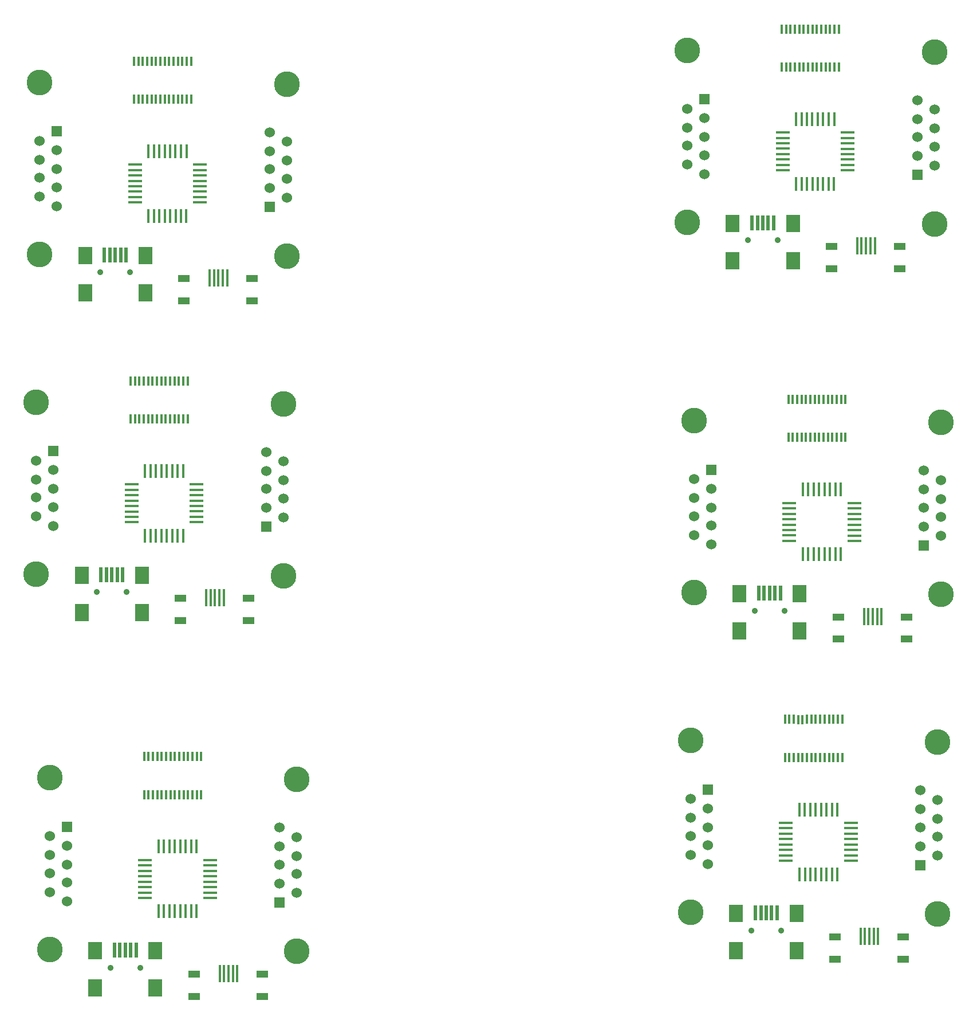
<source format=gts>
G04 (created by PCBNEW (2013-jul-07)-stable) date śro, 3 cze 2015, 22:46:32*
%MOIN*%
G04 Gerber Fmt 3.4, Leading zero omitted, Abs format*
%FSLAX34Y34*%
G01*
G70*
G90*
G04 APERTURE LIST*
%ADD10C,0.000787402*%
%ADD11R,0.0177X0.0787*%
%ADD12R,0.0787X0.0177*%
%ADD13C,0.15*%
%ADD14R,0.06X0.06*%
%ADD15C,0.06*%
%ADD16R,0.0197X0.0906*%
%ADD17R,0.0787X0.0984*%
%ADD18C,0.0354*%
%ADD19R,0.015748X0.0984252*%
%ADD20R,0.0708661X0.0393701*%
%ADD21R,0.0165X0.0579*%
G04 APERTURE END LIST*
G54D10*
G54D11*
X55718Y-41069D03*
X55403Y-41069D03*
X55088Y-41069D03*
X54773Y-41069D03*
X54458Y-41069D03*
X54143Y-41069D03*
X53828Y-41069D03*
X53513Y-41069D03*
X53515Y-37303D03*
X55725Y-37303D03*
X55405Y-37303D03*
X55085Y-37303D03*
X54775Y-37303D03*
X54455Y-37303D03*
X54145Y-37303D03*
X53825Y-37303D03*
G54D12*
X52725Y-40285D03*
X52725Y-39971D03*
X52725Y-39655D03*
X52725Y-39341D03*
X52725Y-39025D03*
X52725Y-38711D03*
X52725Y-38395D03*
X52725Y-38081D03*
X56505Y-40283D03*
X56505Y-39973D03*
X56505Y-39653D03*
X56505Y-39343D03*
X56505Y-39033D03*
X56505Y-38713D03*
X56505Y-38393D03*
X56505Y-38073D03*
G54D13*
X47171Y-33300D03*
X47171Y-43300D03*
G54D14*
X48171Y-36150D03*
G54D15*
X48171Y-37250D03*
X48171Y-38350D03*
X48171Y-39400D03*
X48171Y-40500D03*
X47171Y-39950D03*
X47171Y-38850D03*
X47171Y-37800D03*
X47171Y-36700D03*
G54D13*
X61557Y-43400D03*
X61557Y-33400D03*
G54D14*
X60557Y-40550D03*
G54D15*
X60557Y-39450D03*
X60557Y-38350D03*
X60557Y-37300D03*
X60557Y-36200D03*
X61557Y-36750D03*
X61557Y-37850D03*
X61557Y-38900D03*
X61557Y-40000D03*
G54D16*
X50944Y-43327D03*
X51259Y-43327D03*
X51574Y-43327D03*
X51889Y-43327D03*
X52204Y-43327D03*
G54D17*
X49822Y-43366D03*
X49822Y-45531D03*
X53326Y-43366D03*
X53326Y-45531D03*
G54D18*
X50708Y-44350D03*
X52440Y-44350D03*
G54D19*
X57578Y-44685D03*
X57322Y-44685D03*
X58090Y-44685D03*
X57834Y-44685D03*
X57066Y-44685D03*
G54D20*
X55570Y-44704D03*
X55570Y-46003D03*
X59547Y-44704D03*
X59547Y-46003D03*
G54D21*
X54202Y-34271D03*
X54458Y-34271D03*
X54714Y-34271D03*
X54970Y-34271D03*
X53438Y-32069D03*
X53434Y-34271D03*
X53690Y-34271D03*
X53946Y-34271D03*
X55226Y-32067D03*
X54970Y-32067D03*
X54714Y-32067D03*
X54458Y-32067D03*
X54202Y-32067D03*
X53946Y-32067D03*
X55226Y-34271D03*
X53690Y-32069D03*
X53178Y-34271D03*
X55482Y-34271D03*
X55482Y-32067D03*
X53178Y-32067D03*
X52923Y-34271D03*
X55737Y-34271D03*
X55737Y-32067D03*
X52923Y-32067D03*
X52667Y-34271D03*
X55993Y-34271D03*
X55993Y-32067D03*
X52667Y-32067D03*
G54D11*
X55915Y-22466D03*
X55600Y-22466D03*
X55285Y-22466D03*
X54970Y-22466D03*
X54655Y-22466D03*
X54340Y-22466D03*
X54025Y-22466D03*
X53710Y-22466D03*
X53712Y-18700D03*
X55922Y-18700D03*
X55602Y-18700D03*
X55282Y-18700D03*
X54972Y-18700D03*
X54652Y-18700D03*
X54342Y-18700D03*
X54022Y-18700D03*
G54D12*
X52922Y-21682D03*
X52922Y-21368D03*
X52922Y-21052D03*
X52922Y-20738D03*
X52922Y-20422D03*
X52922Y-20108D03*
X52922Y-19792D03*
X52922Y-19478D03*
X56702Y-21680D03*
X56702Y-21370D03*
X56702Y-21050D03*
X56702Y-20740D03*
X56702Y-20430D03*
X56702Y-20110D03*
X56702Y-19790D03*
X56702Y-19470D03*
G54D13*
X47368Y-14698D03*
X47368Y-24698D03*
G54D14*
X48368Y-17548D03*
G54D15*
X48368Y-18648D03*
X48368Y-19748D03*
X48368Y-20798D03*
X48368Y-21898D03*
X47368Y-21348D03*
X47368Y-20248D03*
X47368Y-19198D03*
X47368Y-18098D03*
G54D13*
X61753Y-24798D03*
X61753Y-14798D03*
G54D14*
X60753Y-21948D03*
G54D15*
X60753Y-20848D03*
X60753Y-19748D03*
X60753Y-18698D03*
X60753Y-17598D03*
X61753Y-18148D03*
X61753Y-19248D03*
X61753Y-20298D03*
X61753Y-21398D03*
G54D16*
X51141Y-24724D03*
X51456Y-24724D03*
X51771Y-24724D03*
X52086Y-24724D03*
X52401Y-24724D03*
G54D17*
X50019Y-24763D03*
X50019Y-26928D03*
X53523Y-24763D03*
X53523Y-26928D03*
G54D18*
X50905Y-25747D03*
X52637Y-25747D03*
G54D19*
X57775Y-26082D03*
X57519Y-26082D03*
X58287Y-26082D03*
X58031Y-26082D03*
X57263Y-26082D03*
G54D20*
X55767Y-26102D03*
X55767Y-27401D03*
X59744Y-26102D03*
X59744Y-27401D03*
G54D21*
X54399Y-15668D03*
X54655Y-15668D03*
X54911Y-15668D03*
X55167Y-15668D03*
X53635Y-13466D03*
X53631Y-15668D03*
X53887Y-15668D03*
X54143Y-15668D03*
X55423Y-13464D03*
X55167Y-13464D03*
X54911Y-13464D03*
X54655Y-13464D03*
X54399Y-13464D03*
X54143Y-13464D03*
X55423Y-15668D03*
X53887Y-13466D03*
X53375Y-15668D03*
X55679Y-15668D03*
X55679Y-13464D03*
X53375Y-13464D03*
X53120Y-15668D03*
X55934Y-15668D03*
X55934Y-13464D03*
X53120Y-13464D03*
X52864Y-15668D03*
X56190Y-15668D03*
X56190Y-13464D03*
X52864Y-13464D03*
G54D11*
X55915Y-22466D03*
X55600Y-22466D03*
X55285Y-22466D03*
X54970Y-22466D03*
X54655Y-22466D03*
X54340Y-22466D03*
X54025Y-22466D03*
X53710Y-22466D03*
X53712Y-18700D03*
X55922Y-18700D03*
X55602Y-18700D03*
X55282Y-18700D03*
X54972Y-18700D03*
X54652Y-18700D03*
X54342Y-18700D03*
X54022Y-18700D03*
G54D12*
X52922Y-21682D03*
X52922Y-21368D03*
X52922Y-21052D03*
X52922Y-20738D03*
X52922Y-20422D03*
X52922Y-20108D03*
X52922Y-19792D03*
X52922Y-19478D03*
X56702Y-21680D03*
X56702Y-21370D03*
X56702Y-21050D03*
X56702Y-20740D03*
X56702Y-20430D03*
X56702Y-20110D03*
X56702Y-19790D03*
X56702Y-19470D03*
G54D13*
X47368Y-14698D03*
X47368Y-24698D03*
G54D14*
X48368Y-17548D03*
G54D15*
X48368Y-18648D03*
X48368Y-19748D03*
X48368Y-20798D03*
X48368Y-21898D03*
X47368Y-21348D03*
X47368Y-20248D03*
X47368Y-19198D03*
X47368Y-18098D03*
G54D13*
X61753Y-24798D03*
X61753Y-14798D03*
G54D14*
X60753Y-21948D03*
G54D15*
X60753Y-20848D03*
X60753Y-19748D03*
X60753Y-18698D03*
X60753Y-17598D03*
X61753Y-18148D03*
X61753Y-19248D03*
X61753Y-20298D03*
X61753Y-21398D03*
G54D16*
X51141Y-24724D03*
X51456Y-24724D03*
X51771Y-24724D03*
X52086Y-24724D03*
X52401Y-24724D03*
G54D17*
X50019Y-24763D03*
X50019Y-26928D03*
X53523Y-24763D03*
X53523Y-26928D03*
G54D18*
X50905Y-25747D03*
X52637Y-25747D03*
G54D19*
X57775Y-26082D03*
X57519Y-26082D03*
X58287Y-26082D03*
X58031Y-26082D03*
X57263Y-26082D03*
G54D20*
X55767Y-26102D03*
X55767Y-27401D03*
X59744Y-26102D03*
X59744Y-27401D03*
G54D21*
X54399Y-15668D03*
X54655Y-15668D03*
X54911Y-15668D03*
X55167Y-15668D03*
X53635Y-13466D03*
X53631Y-15668D03*
X53887Y-15668D03*
X54143Y-15668D03*
X55423Y-13464D03*
X55167Y-13464D03*
X54911Y-13464D03*
X54655Y-13464D03*
X54399Y-13464D03*
X54143Y-13464D03*
X55423Y-15668D03*
X53887Y-13466D03*
X53375Y-15668D03*
X55679Y-15668D03*
X55679Y-13464D03*
X53375Y-13464D03*
X53120Y-15668D03*
X55934Y-15668D03*
X55934Y-13464D03*
X53120Y-13464D03*
X52864Y-15668D03*
X56190Y-15668D03*
X56190Y-13464D03*
X52864Y-13464D03*
G54D11*
X56506Y-62919D03*
X56191Y-62919D03*
X55876Y-62919D03*
X55561Y-62919D03*
X55246Y-62919D03*
X54931Y-62919D03*
X54616Y-62919D03*
X54301Y-62919D03*
X54303Y-59153D03*
X56513Y-59153D03*
X56193Y-59153D03*
X55873Y-59153D03*
X55563Y-59153D03*
X55243Y-59153D03*
X54933Y-59153D03*
X54613Y-59153D03*
G54D12*
X53513Y-62135D03*
X53513Y-61821D03*
X53513Y-61505D03*
X53513Y-61191D03*
X53513Y-60875D03*
X53513Y-60561D03*
X53513Y-60245D03*
X53513Y-59931D03*
X57293Y-62133D03*
X57293Y-61823D03*
X57293Y-61503D03*
X57293Y-61193D03*
X57293Y-60883D03*
X57293Y-60563D03*
X57293Y-60243D03*
X57293Y-59923D03*
G54D13*
X47958Y-55150D03*
X47958Y-65150D03*
G54D14*
X48958Y-58000D03*
G54D15*
X48958Y-59100D03*
X48958Y-60200D03*
X48958Y-61250D03*
X48958Y-62350D03*
X47958Y-61800D03*
X47958Y-60700D03*
X47958Y-59650D03*
X47958Y-58550D03*
G54D13*
X62344Y-65250D03*
X62344Y-55250D03*
G54D14*
X61344Y-62400D03*
G54D15*
X61344Y-61300D03*
X61344Y-60200D03*
X61344Y-59150D03*
X61344Y-58050D03*
X62344Y-58600D03*
X62344Y-59700D03*
X62344Y-60750D03*
X62344Y-61850D03*
G54D16*
X51732Y-65177D03*
X52047Y-65177D03*
X52362Y-65177D03*
X52677Y-65177D03*
X52992Y-65177D03*
G54D17*
X50610Y-65216D03*
X50610Y-67381D03*
X54114Y-65216D03*
X54114Y-67381D03*
G54D18*
X51496Y-66200D03*
X53228Y-66200D03*
G54D19*
X58366Y-66535D03*
X58110Y-66535D03*
X58877Y-66535D03*
X58622Y-66535D03*
X57854Y-66535D03*
G54D20*
X56358Y-66555D03*
X56358Y-67854D03*
X60334Y-66555D03*
X60334Y-67854D03*
G54D21*
X54990Y-56121D03*
X55246Y-56121D03*
X55502Y-56121D03*
X55758Y-56121D03*
X54226Y-53919D03*
X54222Y-56121D03*
X54478Y-56121D03*
X54734Y-56121D03*
X56014Y-53917D03*
X55758Y-53917D03*
X55502Y-53917D03*
X55246Y-53917D03*
X54990Y-53917D03*
X54734Y-53917D03*
X56014Y-56121D03*
X54478Y-53919D03*
X53966Y-56121D03*
X56270Y-56121D03*
X56270Y-53917D03*
X53966Y-53917D03*
X53711Y-56121D03*
X56525Y-56121D03*
X56525Y-53917D03*
X53711Y-53917D03*
X53455Y-56121D03*
X56781Y-56121D03*
X56781Y-53917D03*
X53455Y-53917D03*
G54D11*
X93612Y-20596D03*
X93297Y-20596D03*
X92982Y-20596D03*
X92667Y-20596D03*
X92352Y-20596D03*
X92037Y-20596D03*
X91722Y-20596D03*
X91407Y-20596D03*
X91409Y-16830D03*
X93619Y-16830D03*
X93299Y-16830D03*
X92979Y-16830D03*
X92669Y-16830D03*
X92349Y-16830D03*
X92039Y-16830D03*
X91719Y-16830D03*
G54D12*
X90619Y-19812D03*
X90619Y-19498D03*
X90619Y-19182D03*
X90619Y-18868D03*
X90619Y-18552D03*
X90619Y-18238D03*
X90619Y-17922D03*
X90619Y-17608D03*
X94399Y-19810D03*
X94399Y-19500D03*
X94399Y-19180D03*
X94399Y-18870D03*
X94399Y-18560D03*
X94399Y-18240D03*
X94399Y-17920D03*
X94399Y-17600D03*
G54D13*
X85064Y-12827D03*
X85064Y-22827D03*
G54D14*
X86064Y-15677D03*
G54D15*
X86064Y-16777D03*
X86064Y-17877D03*
X86064Y-18927D03*
X86064Y-20027D03*
X85064Y-19477D03*
X85064Y-18377D03*
X85064Y-17327D03*
X85064Y-16227D03*
G54D13*
X99450Y-22927D03*
X99450Y-12927D03*
G54D14*
X98450Y-20077D03*
G54D15*
X98450Y-18977D03*
X98450Y-17877D03*
X98450Y-16827D03*
X98450Y-15727D03*
X99450Y-16277D03*
X99450Y-17377D03*
X99450Y-18427D03*
X99450Y-19527D03*
G54D16*
X88838Y-22854D03*
X89153Y-22854D03*
X89468Y-22854D03*
X89783Y-22854D03*
X90098Y-22854D03*
G54D17*
X87716Y-22893D03*
X87716Y-25058D03*
X91220Y-22893D03*
X91220Y-25058D03*
G54D18*
X88602Y-23877D03*
X90334Y-23877D03*
G54D19*
X95472Y-24212D03*
X95216Y-24212D03*
X95984Y-24212D03*
X95728Y-24212D03*
X94960Y-24212D03*
G54D20*
X93464Y-24232D03*
X93464Y-25531D03*
X97440Y-24232D03*
X97440Y-25531D03*
G54D21*
X92096Y-13798D03*
X92352Y-13798D03*
X92608Y-13798D03*
X92864Y-13798D03*
X91332Y-11596D03*
X91328Y-13798D03*
X91584Y-13798D03*
X91840Y-13798D03*
X93120Y-11594D03*
X92864Y-11594D03*
X92608Y-11594D03*
X92352Y-11594D03*
X92096Y-11594D03*
X91840Y-11594D03*
X93120Y-13798D03*
X91584Y-11596D03*
X91072Y-13798D03*
X93376Y-13798D03*
X93376Y-11594D03*
X91072Y-11594D03*
X90817Y-13798D03*
X93631Y-13798D03*
X93631Y-11594D03*
X90817Y-11594D03*
X90561Y-13798D03*
X93887Y-13798D03*
X93887Y-11594D03*
X90561Y-11594D03*
G54D11*
X93612Y-20596D03*
X93297Y-20596D03*
X92982Y-20596D03*
X92667Y-20596D03*
X92352Y-20596D03*
X92037Y-20596D03*
X91722Y-20596D03*
X91407Y-20596D03*
X91409Y-16830D03*
X93619Y-16830D03*
X93299Y-16830D03*
X92979Y-16830D03*
X92669Y-16830D03*
X92349Y-16830D03*
X92039Y-16830D03*
X91719Y-16830D03*
G54D12*
X90619Y-19812D03*
X90619Y-19498D03*
X90619Y-19182D03*
X90619Y-18868D03*
X90619Y-18552D03*
X90619Y-18238D03*
X90619Y-17922D03*
X90619Y-17608D03*
X94399Y-19810D03*
X94399Y-19500D03*
X94399Y-19180D03*
X94399Y-18870D03*
X94399Y-18560D03*
X94399Y-18240D03*
X94399Y-17920D03*
X94399Y-17600D03*
G54D13*
X85064Y-12827D03*
X85064Y-22827D03*
G54D14*
X86064Y-15677D03*
G54D15*
X86064Y-16777D03*
X86064Y-17877D03*
X86064Y-18927D03*
X86064Y-20027D03*
X85064Y-19477D03*
X85064Y-18377D03*
X85064Y-17327D03*
X85064Y-16227D03*
G54D13*
X99450Y-22927D03*
X99450Y-12927D03*
G54D14*
X98450Y-20077D03*
G54D15*
X98450Y-18977D03*
X98450Y-17877D03*
X98450Y-16827D03*
X98450Y-15727D03*
X99450Y-16277D03*
X99450Y-17377D03*
X99450Y-18427D03*
X99450Y-19527D03*
G54D16*
X88838Y-22854D03*
X89153Y-22854D03*
X89468Y-22854D03*
X89783Y-22854D03*
X90098Y-22854D03*
G54D17*
X87716Y-22893D03*
X87716Y-25058D03*
X91220Y-22893D03*
X91220Y-25058D03*
G54D18*
X88602Y-23877D03*
X90334Y-23877D03*
G54D19*
X95472Y-24212D03*
X95216Y-24212D03*
X95984Y-24212D03*
X95728Y-24212D03*
X94960Y-24212D03*
G54D20*
X93464Y-24232D03*
X93464Y-25531D03*
X97440Y-24232D03*
X97440Y-25531D03*
G54D21*
X92096Y-13798D03*
X92352Y-13798D03*
X92608Y-13798D03*
X92864Y-13798D03*
X91332Y-11596D03*
X91328Y-13798D03*
X91584Y-13798D03*
X91840Y-13798D03*
X93120Y-11594D03*
X92864Y-11594D03*
X92608Y-11594D03*
X92352Y-11594D03*
X92096Y-11594D03*
X91840Y-11594D03*
X93120Y-13798D03*
X91584Y-11596D03*
X91072Y-13798D03*
X93376Y-13798D03*
X93376Y-11594D03*
X91072Y-11594D03*
X90817Y-13798D03*
X93631Y-13798D03*
X93631Y-11594D03*
X90817Y-11594D03*
X90561Y-13798D03*
X93887Y-13798D03*
X93887Y-11594D03*
X90561Y-11594D03*
G54D11*
X55718Y-41069D03*
X55403Y-41069D03*
X55088Y-41069D03*
X54773Y-41069D03*
X54458Y-41069D03*
X54143Y-41069D03*
X53828Y-41069D03*
X53513Y-41069D03*
X53515Y-37303D03*
X55725Y-37303D03*
X55405Y-37303D03*
X55085Y-37303D03*
X54775Y-37303D03*
X54455Y-37303D03*
X54145Y-37303D03*
X53825Y-37303D03*
G54D12*
X52725Y-40285D03*
X52725Y-39971D03*
X52725Y-39655D03*
X52725Y-39341D03*
X52725Y-39025D03*
X52725Y-38711D03*
X52725Y-38395D03*
X52725Y-38081D03*
X56505Y-40283D03*
X56505Y-39973D03*
X56505Y-39653D03*
X56505Y-39343D03*
X56505Y-39033D03*
X56505Y-38713D03*
X56505Y-38393D03*
X56505Y-38073D03*
G54D13*
X47171Y-33300D03*
X47171Y-43300D03*
G54D14*
X48171Y-36150D03*
G54D15*
X48171Y-37250D03*
X48171Y-38350D03*
X48171Y-39400D03*
X48171Y-40500D03*
X47171Y-39950D03*
X47171Y-38850D03*
X47171Y-37800D03*
X47171Y-36700D03*
G54D13*
X61557Y-43400D03*
X61557Y-33400D03*
G54D14*
X60557Y-40550D03*
G54D15*
X60557Y-39450D03*
X60557Y-38350D03*
X60557Y-37300D03*
X60557Y-36200D03*
X61557Y-36750D03*
X61557Y-37850D03*
X61557Y-38900D03*
X61557Y-40000D03*
G54D16*
X50944Y-43327D03*
X51259Y-43327D03*
X51574Y-43327D03*
X51889Y-43327D03*
X52204Y-43327D03*
G54D17*
X49822Y-43366D03*
X49822Y-45531D03*
X53326Y-43366D03*
X53326Y-45531D03*
G54D18*
X50708Y-44350D03*
X52440Y-44350D03*
G54D19*
X57578Y-44685D03*
X57322Y-44685D03*
X58090Y-44685D03*
X57834Y-44685D03*
X57066Y-44685D03*
G54D20*
X55570Y-44704D03*
X55570Y-46003D03*
X59547Y-44704D03*
X59547Y-46003D03*
G54D21*
X54202Y-34271D03*
X54458Y-34271D03*
X54714Y-34271D03*
X54970Y-34271D03*
X53438Y-32069D03*
X53434Y-34271D03*
X53690Y-34271D03*
X53946Y-34271D03*
X55226Y-32067D03*
X54970Y-32067D03*
X54714Y-32067D03*
X54458Y-32067D03*
X54202Y-32067D03*
X53946Y-32067D03*
X55226Y-34271D03*
X53690Y-32069D03*
X53178Y-34271D03*
X55482Y-34271D03*
X55482Y-32067D03*
X53178Y-32067D03*
X52923Y-34271D03*
X55737Y-34271D03*
X55737Y-32067D03*
X52923Y-32067D03*
X52667Y-34271D03*
X55993Y-34271D03*
X55993Y-32067D03*
X52667Y-32067D03*
G54D11*
X55915Y-22466D03*
X55600Y-22466D03*
X55285Y-22466D03*
X54970Y-22466D03*
X54655Y-22466D03*
X54340Y-22466D03*
X54025Y-22466D03*
X53710Y-22466D03*
X53712Y-18700D03*
X55922Y-18700D03*
X55602Y-18700D03*
X55282Y-18700D03*
X54972Y-18700D03*
X54652Y-18700D03*
X54342Y-18700D03*
X54022Y-18700D03*
G54D12*
X52922Y-21682D03*
X52922Y-21368D03*
X52922Y-21052D03*
X52922Y-20738D03*
X52922Y-20422D03*
X52922Y-20108D03*
X52922Y-19792D03*
X52922Y-19478D03*
X56702Y-21680D03*
X56702Y-21370D03*
X56702Y-21050D03*
X56702Y-20740D03*
X56702Y-20430D03*
X56702Y-20110D03*
X56702Y-19790D03*
X56702Y-19470D03*
G54D13*
X47368Y-14698D03*
X47368Y-24698D03*
G54D14*
X48368Y-17548D03*
G54D15*
X48368Y-18648D03*
X48368Y-19748D03*
X48368Y-20798D03*
X48368Y-21898D03*
X47368Y-21348D03*
X47368Y-20248D03*
X47368Y-19198D03*
X47368Y-18098D03*
G54D13*
X61753Y-24798D03*
X61753Y-14798D03*
G54D14*
X60753Y-21948D03*
G54D15*
X60753Y-20848D03*
X60753Y-19748D03*
X60753Y-18698D03*
X60753Y-17598D03*
X61753Y-18148D03*
X61753Y-19248D03*
X61753Y-20298D03*
X61753Y-21398D03*
G54D16*
X51141Y-24724D03*
X51456Y-24724D03*
X51771Y-24724D03*
X52086Y-24724D03*
X52401Y-24724D03*
G54D17*
X50019Y-24763D03*
X50019Y-26928D03*
X53523Y-24763D03*
X53523Y-26928D03*
G54D18*
X50905Y-25747D03*
X52637Y-25747D03*
G54D19*
X57775Y-26082D03*
X57519Y-26082D03*
X58287Y-26082D03*
X58031Y-26082D03*
X57263Y-26082D03*
G54D20*
X55767Y-26102D03*
X55767Y-27401D03*
X59744Y-26102D03*
X59744Y-27401D03*
G54D21*
X54399Y-15668D03*
X54655Y-15668D03*
X54911Y-15668D03*
X55167Y-15668D03*
X53635Y-13466D03*
X53631Y-15668D03*
X53887Y-15668D03*
X54143Y-15668D03*
X55423Y-13464D03*
X55167Y-13464D03*
X54911Y-13464D03*
X54655Y-13464D03*
X54399Y-13464D03*
X54143Y-13464D03*
X55423Y-15668D03*
X53887Y-13466D03*
X53375Y-15668D03*
X55679Y-15668D03*
X55679Y-13464D03*
X53375Y-13464D03*
X53120Y-15668D03*
X55934Y-15668D03*
X55934Y-13464D03*
X53120Y-13464D03*
X52864Y-15668D03*
X56190Y-15668D03*
X56190Y-13464D03*
X52864Y-13464D03*
G54D11*
X55915Y-22466D03*
X55600Y-22466D03*
X55285Y-22466D03*
X54970Y-22466D03*
X54655Y-22466D03*
X54340Y-22466D03*
X54025Y-22466D03*
X53710Y-22466D03*
X53712Y-18700D03*
X55922Y-18700D03*
X55602Y-18700D03*
X55282Y-18700D03*
X54972Y-18700D03*
X54652Y-18700D03*
X54342Y-18700D03*
X54022Y-18700D03*
G54D12*
X52922Y-21682D03*
X52922Y-21368D03*
X52922Y-21052D03*
X52922Y-20738D03*
X52922Y-20422D03*
X52922Y-20108D03*
X52922Y-19792D03*
X52922Y-19478D03*
X56702Y-21680D03*
X56702Y-21370D03*
X56702Y-21050D03*
X56702Y-20740D03*
X56702Y-20430D03*
X56702Y-20110D03*
X56702Y-19790D03*
X56702Y-19470D03*
G54D13*
X47368Y-14698D03*
X47368Y-24698D03*
G54D14*
X48368Y-17548D03*
G54D15*
X48368Y-18648D03*
X48368Y-19748D03*
X48368Y-20798D03*
X48368Y-21898D03*
X47368Y-21348D03*
X47368Y-20248D03*
X47368Y-19198D03*
X47368Y-18098D03*
G54D13*
X61753Y-24798D03*
X61753Y-14798D03*
G54D14*
X60753Y-21948D03*
G54D15*
X60753Y-20848D03*
X60753Y-19748D03*
X60753Y-18698D03*
X60753Y-17598D03*
X61753Y-18148D03*
X61753Y-19248D03*
X61753Y-20298D03*
X61753Y-21398D03*
G54D16*
X51141Y-24724D03*
X51456Y-24724D03*
X51771Y-24724D03*
X52086Y-24724D03*
X52401Y-24724D03*
G54D17*
X50019Y-24763D03*
X50019Y-26928D03*
X53523Y-24763D03*
X53523Y-26928D03*
G54D18*
X50905Y-25747D03*
X52637Y-25747D03*
G54D19*
X57775Y-26082D03*
X57519Y-26082D03*
X58287Y-26082D03*
X58031Y-26082D03*
X57263Y-26082D03*
G54D20*
X55767Y-26102D03*
X55767Y-27401D03*
X59744Y-26102D03*
X59744Y-27401D03*
G54D21*
X54399Y-15668D03*
X54655Y-15668D03*
X54911Y-15668D03*
X55167Y-15668D03*
X53635Y-13466D03*
X53631Y-15668D03*
X53887Y-15668D03*
X54143Y-15668D03*
X55423Y-13464D03*
X55167Y-13464D03*
X54911Y-13464D03*
X54655Y-13464D03*
X54399Y-13464D03*
X54143Y-13464D03*
X55423Y-15668D03*
X53887Y-13466D03*
X53375Y-15668D03*
X55679Y-15668D03*
X55679Y-13464D03*
X53375Y-13464D03*
X53120Y-15668D03*
X55934Y-15668D03*
X55934Y-13464D03*
X53120Y-13464D03*
X52864Y-15668D03*
X56190Y-15668D03*
X56190Y-13464D03*
X52864Y-13464D03*
G54D11*
X56506Y-62919D03*
X56191Y-62919D03*
X55876Y-62919D03*
X55561Y-62919D03*
X55246Y-62919D03*
X54931Y-62919D03*
X54616Y-62919D03*
X54301Y-62919D03*
X54303Y-59153D03*
X56513Y-59153D03*
X56193Y-59153D03*
X55873Y-59153D03*
X55563Y-59153D03*
X55243Y-59153D03*
X54933Y-59153D03*
X54613Y-59153D03*
G54D12*
X53513Y-62135D03*
X53513Y-61821D03*
X53513Y-61505D03*
X53513Y-61191D03*
X53513Y-60875D03*
X53513Y-60561D03*
X53513Y-60245D03*
X53513Y-59931D03*
X57293Y-62133D03*
X57293Y-61823D03*
X57293Y-61503D03*
X57293Y-61193D03*
X57293Y-60883D03*
X57293Y-60563D03*
X57293Y-60243D03*
X57293Y-59923D03*
G54D13*
X47958Y-55150D03*
X47958Y-65150D03*
G54D14*
X48958Y-58000D03*
G54D15*
X48958Y-59100D03*
X48958Y-60200D03*
X48958Y-61250D03*
X48958Y-62350D03*
X47958Y-61800D03*
X47958Y-60700D03*
X47958Y-59650D03*
X47958Y-58550D03*
G54D13*
X62344Y-65250D03*
X62344Y-55250D03*
G54D14*
X61344Y-62400D03*
G54D15*
X61344Y-61300D03*
X61344Y-60200D03*
X61344Y-59150D03*
X61344Y-58050D03*
X62344Y-58600D03*
X62344Y-59700D03*
X62344Y-60750D03*
X62344Y-61850D03*
G54D16*
X51732Y-65177D03*
X52047Y-65177D03*
X52362Y-65177D03*
X52677Y-65177D03*
X52992Y-65177D03*
G54D17*
X50610Y-65216D03*
X50610Y-67381D03*
X54114Y-65216D03*
X54114Y-67381D03*
G54D18*
X51496Y-66200D03*
X53228Y-66200D03*
G54D19*
X58366Y-66535D03*
X58110Y-66535D03*
X58877Y-66535D03*
X58622Y-66535D03*
X57854Y-66535D03*
G54D20*
X56358Y-66555D03*
X56358Y-67854D03*
X60334Y-66555D03*
X60334Y-67854D03*
G54D21*
X54990Y-56121D03*
X55246Y-56121D03*
X55502Y-56121D03*
X55758Y-56121D03*
X54226Y-53919D03*
X54222Y-56121D03*
X54478Y-56121D03*
X54734Y-56121D03*
X56014Y-53917D03*
X55758Y-53917D03*
X55502Y-53917D03*
X55246Y-53917D03*
X54990Y-53917D03*
X54734Y-53917D03*
X56014Y-56121D03*
X54478Y-53919D03*
X53966Y-56121D03*
X56270Y-56121D03*
X56270Y-53917D03*
X53966Y-53917D03*
X53711Y-56121D03*
X56525Y-56121D03*
X56525Y-53917D03*
X53711Y-53917D03*
X53455Y-56121D03*
X56781Y-56121D03*
X56781Y-53917D03*
X53455Y-53917D03*
G54D11*
X93612Y-20596D03*
X93297Y-20596D03*
X92982Y-20596D03*
X92667Y-20596D03*
X92352Y-20596D03*
X92037Y-20596D03*
X91722Y-20596D03*
X91407Y-20596D03*
X91409Y-16830D03*
X93619Y-16830D03*
X93299Y-16830D03*
X92979Y-16830D03*
X92669Y-16830D03*
X92349Y-16830D03*
X92039Y-16830D03*
X91719Y-16830D03*
G54D12*
X90619Y-19812D03*
X90619Y-19498D03*
X90619Y-19182D03*
X90619Y-18868D03*
X90619Y-18552D03*
X90619Y-18238D03*
X90619Y-17922D03*
X90619Y-17608D03*
X94399Y-19810D03*
X94399Y-19500D03*
X94399Y-19180D03*
X94399Y-18870D03*
X94399Y-18560D03*
X94399Y-18240D03*
X94399Y-17920D03*
X94399Y-17600D03*
G54D13*
X85064Y-12827D03*
X85064Y-22827D03*
G54D14*
X86064Y-15677D03*
G54D15*
X86064Y-16777D03*
X86064Y-17877D03*
X86064Y-18927D03*
X86064Y-20027D03*
X85064Y-19477D03*
X85064Y-18377D03*
X85064Y-17327D03*
X85064Y-16227D03*
G54D13*
X99450Y-22927D03*
X99450Y-12927D03*
G54D14*
X98450Y-20077D03*
G54D15*
X98450Y-18977D03*
X98450Y-17877D03*
X98450Y-16827D03*
X98450Y-15727D03*
X99450Y-16277D03*
X99450Y-17377D03*
X99450Y-18427D03*
X99450Y-19527D03*
G54D16*
X88838Y-22854D03*
X89153Y-22854D03*
X89468Y-22854D03*
X89783Y-22854D03*
X90098Y-22854D03*
G54D17*
X87716Y-22893D03*
X87716Y-25058D03*
X91220Y-22893D03*
X91220Y-25058D03*
G54D18*
X88602Y-23877D03*
X90334Y-23877D03*
G54D19*
X95472Y-24212D03*
X95216Y-24212D03*
X95984Y-24212D03*
X95728Y-24212D03*
X94960Y-24212D03*
G54D20*
X93464Y-24232D03*
X93464Y-25531D03*
X97440Y-24232D03*
X97440Y-25531D03*
G54D21*
X92096Y-13798D03*
X92352Y-13798D03*
X92608Y-13798D03*
X92864Y-13798D03*
X91332Y-11596D03*
X91328Y-13798D03*
X91584Y-13798D03*
X91840Y-13798D03*
X93120Y-11594D03*
X92864Y-11594D03*
X92608Y-11594D03*
X92352Y-11594D03*
X92096Y-11594D03*
X91840Y-11594D03*
X93120Y-13798D03*
X91584Y-11596D03*
X91072Y-13798D03*
X93376Y-13798D03*
X93376Y-11594D03*
X91072Y-11594D03*
X90817Y-13798D03*
X93631Y-13798D03*
X93631Y-11594D03*
X90817Y-11594D03*
X90561Y-13798D03*
X93887Y-13798D03*
X93887Y-11594D03*
X90561Y-11594D03*
G54D11*
X93612Y-20596D03*
X93297Y-20596D03*
X92982Y-20596D03*
X92667Y-20596D03*
X92352Y-20596D03*
X92037Y-20596D03*
X91722Y-20596D03*
X91407Y-20596D03*
X91409Y-16830D03*
X93619Y-16830D03*
X93299Y-16830D03*
X92979Y-16830D03*
X92669Y-16830D03*
X92349Y-16830D03*
X92039Y-16830D03*
X91719Y-16830D03*
G54D12*
X90619Y-19812D03*
X90619Y-19498D03*
X90619Y-19182D03*
X90619Y-18868D03*
X90619Y-18552D03*
X90619Y-18238D03*
X90619Y-17922D03*
X90619Y-17608D03*
X94399Y-19810D03*
X94399Y-19500D03*
X94399Y-19180D03*
X94399Y-18870D03*
X94399Y-18560D03*
X94399Y-18240D03*
X94399Y-17920D03*
X94399Y-17600D03*
G54D13*
X85064Y-12827D03*
X85064Y-22827D03*
G54D14*
X86064Y-15677D03*
G54D15*
X86064Y-16777D03*
X86064Y-17877D03*
X86064Y-18927D03*
X86064Y-20027D03*
X85064Y-19477D03*
X85064Y-18377D03*
X85064Y-17327D03*
X85064Y-16227D03*
G54D13*
X99450Y-22927D03*
X99450Y-12927D03*
G54D14*
X98450Y-20077D03*
G54D15*
X98450Y-18977D03*
X98450Y-17877D03*
X98450Y-16827D03*
X98450Y-15727D03*
X99450Y-16277D03*
X99450Y-17377D03*
X99450Y-18427D03*
X99450Y-19527D03*
G54D16*
X88838Y-22854D03*
X89153Y-22854D03*
X89468Y-22854D03*
X89783Y-22854D03*
X90098Y-22854D03*
G54D17*
X87716Y-22893D03*
X87716Y-25058D03*
X91220Y-22893D03*
X91220Y-25058D03*
G54D18*
X88602Y-23877D03*
X90334Y-23877D03*
G54D19*
X95472Y-24212D03*
X95216Y-24212D03*
X95984Y-24212D03*
X95728Y-24212D03*
X94960Y-24212D03*
G54D20*
X93464Y-24232D03*
X93464Y-25531D03*
X97440Y-24232D03*
X97440Y-25531D03*
G54D21*
X92096Y-13798D03*
X92352Y-13798D03*
X92608Y-13798D03*
X92864Y-13798D03*
X91332Y-11596D03*
X91328Y-13798D03*
X91584Y-13798D03*
X91840Y-13798D03*
X93120Y-11594D03*
X92864Y-11594D03*
X92608Y-11594D03*
X92352Y-11594D03*
X92096Y-11594D03*
X91840Y-11594D03*
X93120Y-13798D03*
X91584Y-11596D03*
X91072Y-13798D03*
X93376Y-13798D03*
X93376Y-11594D03*
X91072Y-11594D03*
X90817Y-13798D03*
X93631Y-13798D03*
X93631Y-11594D03*
X90817Y-11594D03*
X90561Y-13798D03*
X93887Y-13798D03*
X93887Y-11594D03*
X90561Y-11594D03*
G54D11*
X55718Y-41069D03*
X55403Y-41069D03*
X55088Y-41069D03*
X54773Y-41069D03*
X54458Y-41069D03*
X54143Y-41069D03*
X53828Y-41069D03*
X53513Y-41069D03*
X53515Y-37303D03*
X55725Y-37303D03*
X55405Y-37303D03*
X55085Y-37303D03*
X54775Y-37303D03*
X54455Y-37303D03*
X54145Y-37303D03*
X53825Y-37303D03*
G54D12*
X52725Y-40285D03*
X52725Y-39971D03*
X52725Y-39655D03*
X52725Y-39341D03*
X52725Y-39025D03*
X52725Y-38711D03*
X52725Y-38395D03*
X52725Y-38081D03*
X56505Y-40283D03*
X56505Y-39973D03*
X56505Y-39653D03*
X56505Y-39343D03*
X56505Y-39033D03*
X56505Y-38713D03*
X56505Y-38393D03*
X56505Y-38073D03*
G54D13*
X47171Y-33300D03*
X47171Y-43300D03*
G54D14*
X48171Y-36150D03*
G54D15*
X48171Y-37250D03*
X48171Y-38350D03*
X48171Y-39400D03*
X48171Y-40500D03*
X47171Y-39950D03*
X47171Y-38850D03*
X47171Y-37800D03*
X47171Y-36700D03*
G54D13*
X61557Y-43400D03*
X61557Y-33400D03*
G54D14*
X60557Y-40550D03*
G54D15*
X60557Y-39450D03*
X60557Y-38350D03*
X60557Y-37300D03*
X60557Y-36200D03*
X61557Y-36750D03*
X61557Y-37850D03*
X61557Y-38900D03*
X61557Y-40000D03*
G54D16*
X50944Y-43327D03*
X51259Y-43327D03*
X51574Y-43327D03*
X51889Y-43327D03*
X52204Y-43327D03*
G54D17*
X49822Y-43366D03*
X49822Y-45531D03*
X53326Y-43366D03*
X53326Y-45531D03*
G54D18*
X50708Y-44350D03*
X52440Y-44350D03*
G54D19*
X57578Y-44685D03*
X57322Y-44685D03*
X58090Y-44685D03*
X57834Y-44685D03*
X57066Y-44685D03*
G54D20*
X55570Y-44704D03*
X55570Y-46003D03*
X59547Y-44704D03*
X59547Y-46003D03*
G54D21*
X54202Y-34271D03*
X54458Y-34271D03*
X54714Y-34271D03*
X54970Y-34271D03*
X53438Y-32069D03*
X53434Y-34271D03*
X53690Y-34271D03*
X53946Y-34271D03*
X55226Y-32067D03*
X54970Y-32067D03*
X54714Y-32067D03*
X54458Y-32067D03*
X54202Y-32067D03*
X53946Y-32067D03*
X55226Y-34271D03*
X53690Y-32069D03*
X53178Y-34271D03*
X55482Y-34271D03*
X55482Y-32067D03*
X53178Y-32067D03*
X52923Y-34271D03*
X55737Y-34271D03*
X55737Y-32067D03*
X52923Y-32067D03*
X52667Y-34271D03*
X55993Y-34271D03*
X55993Y-32067D03*
X52667Y-32067D03*
G54D11*
X55915Y-22466D03*
X55600Y-22466D03*
X55285Y-22466D03*
X54970Y-22466D03*
X54655Y-22466D03*
X54340Y-22466D03*
X54025Y-22466D03*
X53710Y-22466D03*
X53712Y-18700D03*
X55922Y-18700D03*
X55602Y-18700D03*
X55282Y-18700D03*
X54972Y-18700D03*
X54652Y-18700D03*
X54342Y-18700D03*
X54022Y-18700D03*
G54D12*
X52922Y-21682D03*
X52922Y-21368D03*
X52922Y-21052D03*
X52922Y-20738D03*
X52922Y-20422D03*
X52922Y-20108D03*
X52922Y-19792D03*
X52922Y-19478D03*
X56702Y-21680D03*
X56702Y-21370D03*
X56702Y-21050D03*
X56702Y-20740D03*
X56702Y-20430D03*
X56702Y-20110D03*
X56702Y-19790D03*
X56702Y-19470D03*
G54D13*
X47368Y-14698D03*
X47368Y-24698D03*
G54D14*
X48368Y-17548D03*
G54D15*
X48368Y-18648D03*
X48368Y-19748D03*
X48368Y-20798D03*
X48368Y-21898D03*
X47368Y-21348D03*
X47368Y-20248D03*
X47368Y-19198D03*
X47368Y-18098D03*
G54D13*
X61753Y-24798D03*
X61753Y-14798D03*
G54D14*
X60753Y-21948D03*
G54D15*
X60753Y-20848D03*
X60753Y-19748D03*
X60753Y-18698D03*
X60753Y-17598D03*
X61753Y-18148D03*
X61753Y-19248D03*
X61753Y-20298D03*
X61753Y-21398D03*
G54D16*
X51141Y-24724D03*
X51456Y-24724D03*
X51771Y-24724D03*
X52086Y-24724D03*
X52401Y-24724D03*
G54D17*
X50019Y-24763D03*
X50019Y-26928D03*
X53523Y-24763D03*
X53523Y-26928D03*
G54D18*
X50905Y-25747D03*
X52637Y-25747D03*
G54D19*
X57775Y-26082D03*
X57519Y-26082D03*
X58287Y-26082D03*
X58031Y-26082D03*
X57263Y-26082D03*
G54D20*
X55767Y-26102D03*
X55767Y-27401D03*
X59744Y-26102D03*
X59744Y-27401D03*
G54D21*
X54399Y-15668D03*
X54655Y-15668D03*
X54911Y-15668D03*
X55167Y-15668D03*
X53635Y-13466D03*
X53631Y-15668D03*
X53887Y-15668D03*
X54143Y-15668D03*
X55423Y-13464D03*
X55167Y-13464D03*
X54911Y-13464D03*
X54655Y-13464D03*
X54399Y-13464D03*
X54143Y-13464D03*
X55423Y-15668D03*
X53887Y-13466D03*
X53375Y-15668D03*
X55679Y-15668D03*
X55679Y-13464D03*
X53375Y-13464D03*
X53120Y-15668D03*
X55934Y-15668D03*
X55934Y-13464D03*
X53120Y-13464D03*
X52864Y-15668D03*
X56190Y-15668D03*
X56190Y-13464D03*
X52864Y-13464D03*
G54D11*
X55915Y-22466D03*
X55600Y-22466D03*
X55285Y-22466D03*
X54970Y-22466D03*
X54655Y-22466D03*
X54340Y-22466D03*
X54025Y-22466D03*
X53710Y-22466D03*
X53712Y-18700D03*
X55922Y-18700D03*
X55602Y-18700D03*
X55282Y-18700D03*
X54972Y-18700D03*
X54652Y-18700D03*
X54342Y-18700D03*
X54022Y-18700D03*
G54D12*
X52922Y-21682D03*
X52922Y-21368D03*
X52922Y-21052D03*
X52922Y-20738D03*
X52922Y-20422D03*
X52922Y-20108D03*
X52922Y-19792D03*
X52922Y-19478D03*
X56702Y-21680D03*
X56702Y-21370D03*
X56702Y-21050D03*
X56702Y-20740D03*
X56702Y-20430D03*
X56702Y-20110D03*
X56702Y-19790D03*
X56702Y-19470D03*
G54D13*
X47368Y-14698D03*
X47368Y-24698D03*
G54D14*
X48368Y-17548D03*
G54D15*
X48368Y-18648D03*
X48368Y-19748D03*
X48368Y-20798D03*
X48368Y-21898D03*
X47368Y-21348D03*
X47368Y-20248D03*
X47368Y-19198D03*
X47368Y-18098D03*
G54D13*
X61753Y-24798D03*
X61753Y-14798D03*
G54D14*
X60753Y-21948D03*
G54D15*
X60753Y-20848D03*
X60753Y-19748D03*
X60753Y-18698D03*
X60753Y-17598D03*
X61753Y-18148D03*
X61753Y-19248D03*
X61753Y-20298D03*
X61753Y-21398D03*
G54D16*
X51141Y-24724D03*
X51456Y-24724D03*
X51771Y-24724D03*
X52086Y-24724D03*
X52401Y-24724D03*
G54D17*
X50019Y-24763D03*
X50019Y-26928D03*
X53523Y-24763D03*
X53523Y-26928D03*
G54D18*
X50905Y-25747D03*
X52637Y-25747D03*
G54D19*
X57775Y-26082D03*
X57519Y-26082D03*
X58287Y-26082D03*
X58031Y-26082D03*
X57263Y-26082D03*
G54D20*
X55767Y-26102D03*
X55767Y-27401D03*
X59744Y-26102D03*
X59744Y-27401D03*
G54D21*
X54399Y-15668D03*
X54655Y-15668D03*
X54911Y-15668D03*
X55167Y-15668D03*
X53635Y-13466D03*
X53631Y-15668D03*
X53887Y-15668D03*
X54143Y-15668D03*
X55423Y-13464D03*
X55167Y-13464D03*
X54911Y-13464D03*
X54655Y-13464D03*
X54399Y-13464D03*
X54143Y-13464D03*
X55423Y-15668D03*
X53887Y-13466D03*
X53375Y-15668D03*
X55679Y-15668D03*
X55679Y-13464D03*
X53375Y-13464D03*
X53120Y-15668D03*
X55934Y-15668D03*
X55934Y-13464D03*
X53120Y-13464D03*
X52864Y-15668D03*
X56190Y-15668D03*
X56190Y-13464D03*
X52864Y-13464D03*
G54D11*
X93809Y-60754D03*
X93494Y-60754D03*
X93179Y-60754D03*
X92864Y-60754D03*
X92549Y-60754D03*
X92234Y-60754D03*
X91919Y-60754D03*
X91604Y-60754D03*
X91606Y-56988D03*
X93816Y-56988D03*
X93496Y-56988D03*
X93176Y-56988D03*
X92866Y-56988D03*
X92546Y-56988D03*
X92236Y-56988D03*
X91916Y-56988D03*
G54D12*
X90816Y-59970D03*
X90816Y-59656D03*
X90816Y-59340D03*
X90816Y-59026D03*
X90816Y-58710D03*
X90816Y-58396D03*
X90816Y-58080D03*
X90816Y-57766D03*
X94596Y-59968D03*
X94596Y-59658D03*
X94596Y-59338D03*
X94596Y-59028D03*
X94596Y-58718D03*
X94596Y-58398D03*
X94596Y-58078D03*
X94596Y-57758D03*
G54D13*
X85261Y-52985D03*
X85261Y-62985D03*
G54D14*
X86261Y-55835D03*
G54D15*
X86261Y-56935D03*
X86261Y-58035D03*
X86261Y-59085D03*
X86261Y-60185D03*
X85261Y-59635D03*
X85261Y-58535D03*
X85261Y-57485D03*
X85261Y-56385D03*
G54D13*
X99647Y-63085D03*
X99647Y-53085D03*
G54D14*
X98647Y-60235D03*
G54D15*
X98647Y-59135D03*
X98647Y-58035D03*
X98647Y-56985D03*
X98647Y-55885D03*
X99647Y-56435D03*
X99647Y-57535D03*
X99647Y-58585D03*
X99647Y-59685D03*
G54D16*
X89035Y-63012D03*
X89350Y-63012D03*
X89665Y-63012D03*
X89980Y-63012D03*
X90295Y-63012D03*
G54D17*
X87913Y-63051D03*
X87913Y-65216D03*
X91417Y-63051D03*
X91417Y-65216D03*
G54D18*
X88799Y-64035D03*
X90531Y-64035D03*
G54D19*
X95669Y-64370D03*
X95413Y-64370D03*
X96181Y-64370D03*
X95925Y-64370D03*
X95157Y-64370D03*
G54D20*
X93661Y-64389D03*
X93661Y-65688D03*
X97637Y-64389D03*
X97637Y-65688D03*
G54D21*
X92293Y-53956D03*
X92549Y-53956D03*
X92805Y-53956D03*
X93061Y-53956D03*
X91529Y-51754D03*
X91525Y-53956D03*
X91781Y-53956D03*
X92037Y-53956D03*
X93317Y-51752D03*
X93061Y-51752D03*
X92805Y-51752D03*
X92549Y-51752D03*
X92293Y-51752D03*
X92037Y-51752D03*
X93317Y-53956D03*
X91781Y-51754D03*
X91269Y-53956D03*
X93573Y-53956D03*
X93573Y-51752D03*
X91269Y-51752D03*
X91014Y-53956D03*
X93828Y-53956D03*
X93828Y-51752D03*
X91014Y-51752D03*
X90758Y-53956D03*
X94084Y-53956D03*
X94084Y-51752D03*
X90758Y-51752D03*
G54D11*
X94006Y-42151D03*
X93691Y-42151D03*
X93376Y-42151D03*
X93061Y-42151D03*
X92746Y-42151D03*
X92431Y-42151D03*
X92116Y-42151D03*
X91801Y-42151D03*
X91803Y-38385D03*
X94013Y-38385D03*
X93693Y-38385D03*
X93373Y-38385D03*
X93063Y-38385D03*
X92743Y-38385D03*
X92433Y-38385D03*
X92113Y-38385D03*
G54D12*
X91013Y-41367D03*
X91013Y-41053D03*
X91013Y-40737D03*
X91013Y-40423D03*
X91013Y-40107D03*
X91013Y-39793D03*
X91013Y-39477D03*
X91013Y-39163D03*
X94793Y-41365D03*
X94793Y-41055D03*
X94793Y-40735D03*
X94793Y-40425D03*
X94793Y-40115D03*
X94793Y-39795D03*
X94793Y-39475D03*
X94793Y-39155D03*
G54D13*
X85458Y-34383D03*
X85458Y-44383D03*
G54D14*
X86458Y-37233D03*
G54D15*
X86458Y-38333D03*
X86458Y-39433D03*
X86458Y-40483D03*
X86458Y-41583D03*
X85458Y-41033D03*
X85458Y-39933D03*
X85458Y-38883D03*
X85458Y-37783D03*
G54D13*
X99844Y-44483D03*
X99844Y-34483D03*
G54D14*
X98844Y-41633D03*
G54D15*
X98844Y-40533D03*
X98844Y-39433D03*
X98844Y-38383D03*
X98844Y-37283D03*
X99844Y-37833D03*
X99844Y-38933D03*
X99844Y-39983D03*
X99844Y-41083D03*
G54D16*
X89232Y-44409D03*
X89547Y-44409D03*
X89862Y-44409D03*
X90177Y-44409D03*
X90492Y-44409D03*
G54D17*
X88110Y-44448D03*
X88110Y-46613D03*
X91614Y-44448D03*
X91614Y-46613D03*
G54D18*
X88996Y-45432D03*
X90728Y-45432D03*
G54D19*
X95866Y-45767D03*
X95610Y-45767D03*
X96377Y-45767D03*
X96122Y-45767D03*
X95354Y-45767D03*
G54D20*
X93858Y-45787D03*
X93858Y-47086D03*
X97834Y-45787D03*
X97834Y-47086D03*
G54D21*
X92490Y-35353D03*
X92746Y-35353D03*
X93002Y-35353D03*
X93258Y-35353D03*
X91726Y-33151D03*
X91722Y-35353D03*
X91978Y-35353D03*
X92234Y-35353D03*
X93514Y-33149D03*
X93258Y-33149D03*
X93002Y-33149D03*
X92746Y-33149D03*
X92490Y-33149D03*
X92234Y-33149D03*
X93514Y-35353D03*
X91978Y-33151D03*
X91466Y-35353D03*
X93770Y-35353D03*
X93770Y-33149D03*
X91466Y-33149D03*
X91211Y-35353D03*
X94025Y-35353D03*
X94025Y-33149D03*
X91211Y-33149D03*
X90955Y-35353D03*
X94281Y-35353D03*
X94281Y-33149D03*
X90955Y-33149D03*
G54D11*
X94006Y-42151D03*
X93691Y-42151D03*
X93376Y-42151D03*
X93061Y-42151D03*
X92746Y-42151D03*
X92431Y-42151D03*
X92116Y-42151D03*
X91801Y-42151D03*
X91803Y-38385D03*
X94013Y-38385D03*
X93693Y-38385D03*
X93373Y-38385D03*
X93063Y-38385D03*
X92743Y-38385D03*
X92433Y-38385D03*
X92113Y-38385D03*
G54D12*
X91013Y-41367D03*
X91013Y-41053D03*
X91013Y-40737D03*
X91013Y-40423D03*
X91013Y-40107D03*
X91013Y-39793D03*
X91013Y-39477D03*
X91013Y-39163D03*
X94793Y-41365D03*
X94793Y-41055D03*
X94793Y-40735D03*
X94793Y-40425D03*
X94793Y-40115D03*
X94793Y-39795D03*
X94793Y-39475D03*
X94793Y-39155D03*
G54D13*
X85458Y-34383D03*
X85458Y-44383D03*
G54D14*
X86458Y-37233D03*
G54D15*
X86458Y-38333D03*
X86458Y-39433D03*
X86458Y-40483D03*
X86458Y-41583D03*
X85458Y-41033D03*
X85458Y-39933D03*
X85458Y-38883D03*
X85458Y-37783D03*
G54D13*
X99844Y-44483D03*
X99844Y-34483D03*
G54D14*
X98844Y-41633D03*
G54D15*
X98844Y-40533D03*
X98844Y-39433D03*
X98844Y-38383D03*
X98844Y-37283D03*
X99844Y-37833D03*
X99844Y-38933D03*
X99844Y-39983D03*
X99844Y-41083D03*
G54D16*
X89232Y-44409D03*
X89547Y-44409D03*
X89862Y-44409D03*
X90177Y-44409D03*
X90492Y-44409D03*
G54D17*
X88110Y-44448D03*
X88110Y-46613D03*
X91614Y-44448D03*
X91614Y-46613D03*
G54D18*
X88996Y-45432D03*
X90728Y-45432D03*
G54D19*
X95866Y-45767D03*
X95610Y-45767D03*
X96377Y-45767D03*
X96122Y-45767D03*
X95354Y-45767D03*
G54D20*
X93858Y-45787D03*
X93858Y-47086D03*
X97834Y-45787D03*
X97834Y-47086D03*
G54D21*
X92490Y-35353D03*
X92746Y-35353D03*
X93002Y-35353D03*
X93258Y-35353D03*
X91726Y-33151D03*
X91722Y-35353D03*
X91978Y-35353D03*
X92234Y-35353D03*
X93514Y-33149D03*
X93258Y-33149D03*
X93002Y-33149D03*
X92746Y-33149D03*
X92490Y-33149D03*
X92234Y-33149D03*
X93514Y-35353D03*
X91978Y-33151D03*
X91466Y-35353D03*
X93770Y-35353D03*
X93770Y-33149D03*
X91466Y-33149D03*
X91211Y-35353D03*
X94025Y-35353D03*
X94025Y-33149D03*
X91211Y-33149D03*
X90955Y-35353D03*
X94281Y-35353D03*
X94281Y-33149D03*
X90955Y-33149D03*
M02*

</source>
